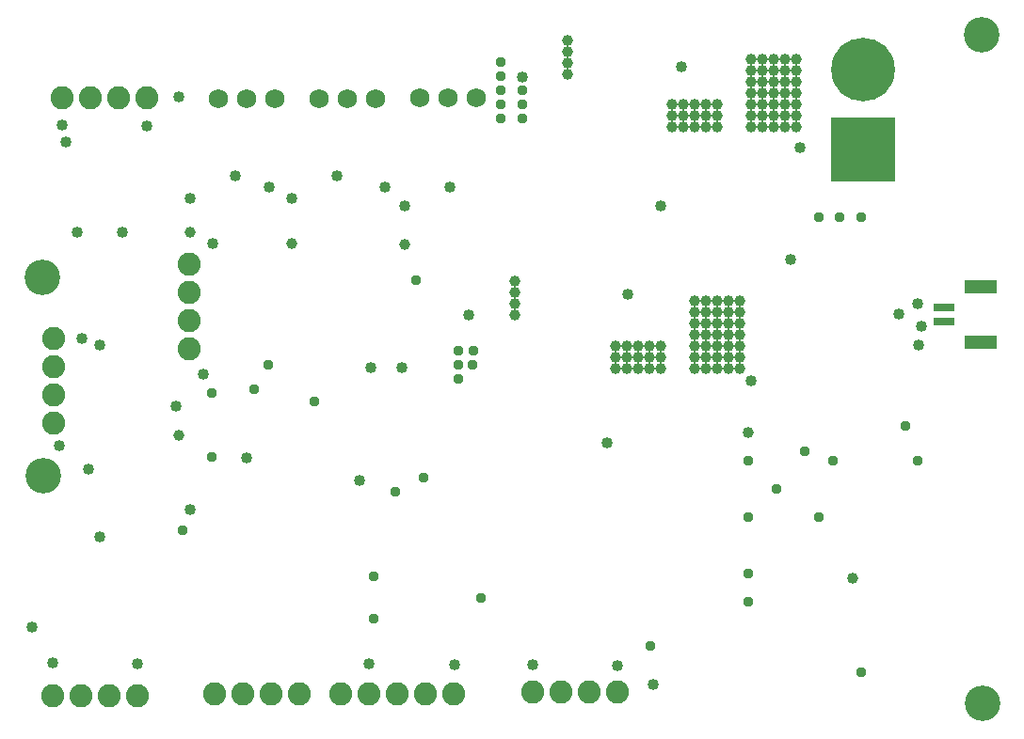
<source format=gbr>
G04 EAGLE Gerber RS-274X export*
G75*
%MOMM*%
%FSLAX34Y34*%
%LPD*%
%INSoldermask Bottom*%
%IPPOS*%
%AMOC8*
5,1,8,0,0,1.08239X$1,22.5*%
G01*
%ADD10C,3.203200*%
%ADD11R,5.719200X5.719200*%
%ADD12C,5.719200*%
%ADD13R,1.903200X0.803200*%
%ADD14R,3.003200X1.203200*%
%ADD15C,2.082800*%
%ADD16C,1.727200*%
%ADD17C,1.016000*%
%ADD18C,0.990600*%
%ADD19C,0.959600*%
%ADD20C,1.009600*%


D10*
X1017270Y12700D03*
X172798Y218081D03*
X171450Y396240D03*
X1016165Y614608D03*
D11*
X909551Y511733D03*
D12*
X909551Y583733D03*
D13*
X982314Y356940D03*
X982314Y369440D03*
D14*
X1015814Y387940D03*
X1015814Y338440D03*
D15*
X688862Y22973D03*
X663462Y22973D03*
X638062Y22973D03*
X612662Y22973D03*
X326393Y21773D03*
X351793Y21773D03*
X377193Y21773D03*
X402593Y21773D03*
X265859Y558468D03*
X240459Y558468D03*
X215059Y558468D03*
X189659Y558468D03*
X257110Y19941D03*
X231710Y19941D03*
X206310Y19941D03*
X180910Y19941D03*
X182063Y341175D03*
X182063Y315775D03*
X182063Y290375D03*
X182063Y264975D03*
D16*
X329928Y557300D03*
X355328Y557300D03*
X380728Y557300D03*
X420098Y557300D03*
X445498Y557300D03*
X470898Y557300D03*
X510877Y558504D03*
X536277Y558504D03*
X561677Y558504D03*
D15*
X440390Y21478D03*
X465790Y21478D03*
X491190Y21478D03*
X516590Y21478D03*
X541990Y21478D03*
X303600Y332186D03*
X303600Y357586D03*
X303600Y382986D03*
X303600Y408386D03*
D17*
X542258Y47918D03*
X612330Y47322D03*
X181245Y49075D03*
X187143Y244655D03*
X189724Y533604D03*
X325120Y426720D03*
X942296Y363265D03*
X960120Y335280D03*
D18*
X849630Y532130D03*
X839470Y532130D03*
X829310Y532130D03*
X808990Y593090D03*
X644247Y609527D03*
X644247Y599367D03*
X644247Y589207D03*
X644247Y579047D03*
X819150Y593090D03*
X829310Y593090D03*
X839470Y593090D03*
X779050Y324176D03*
X596527Y362674D03*
D19*
X869950Y450850D03*
X889000Y450850D03*
X908050Y450850D03*
D18*
X808990Y532130D03*
X819150Y532130D03*
X808990Y542290D03*
X819150Y542290D03*
X829310Y542290D03*
X839470Y542290D03*
X849630Y542290D03*
X849630Y552450D03*
X839470Y552450D03*
X829310Y552450D03*
X819150Y552450D03*
X808990Y552450D03*
X808990Y562610D03*
X819150Y562610D03*
X829310Y562610D03*
X839470Y562610D03*
X849630Y562610D03*
X849630Y572770D03*
X839470Y572770D03*
X849630Y593090D03*
X849630Y582930D03*
X839470Y582930D03*
X829310Y572770D03*
X829310Y582930D03*
X819150Y572770D03*
X819150Y582930D03*
X808990Y572770D03*
X808990Y582930D03*
X778510Y532130D03*
X778510Y552450D03*
X778510Y542290D03*
X768350Y552450D03*
X768350Y542290D03*
X758190Y552450D03*
X748030Y552450D03*
X737870Y552450D03*
X737870Y542290D03*
X737870Y532130D03*
X748030Y542290D03*
X748030Y532130D03*
X758190Y532130D03*
X768350Y532130D03*
X758190Y542290D03*
X687610Y334336D03*
X697770Y334336D03*
X707930Y334336D03*
X718090Y334336D03*
X728250Y334336D03*
X687610Y324176D03*
X697770Y324176D03*
X707930Y324176D03*
X718090Y324176D03*
X728250Y324176D03*
X728250Y314016D03*
X718090Y314016D03*
X707930Y314016D03*
X697770Y314016D03*
X687610Y314016D03*
X758730Y314016D03*
X758730Y374976D03*
X768890Y374976D03*
X779050Y374976D03*
X799370Y314016D03*
X789210Y314016D03*
X779050Y314016D03*
X768890Y314016D03*
X758730Y324176D03*
X768890Y324176D03*
X789210Y324176D03*
X799370Y324176D03*
X758730Y334336D03*
X768890Y334336D03*
X779050Y334336D03*
X789210Y334336D03*
X799370Y334336D03*
X799370Y344496D03*
X789210Y344496D03*
X779050Y344496D03*
X768890Y344496D03*
X758730Y344496D03*
X758730Y354656D03*
X768890Y354656D03*
X758730Y364816D03*
X768890Y364816D03*
X779050Y364816D03*
X779050Y354656D03*
X789210Y354656D03*
X789210Y364816D03*
X789210Y374976D03*
X799370Y374976D03*
X799370Y364816D03*
X799370Y354656D03*
D17*
X257251Y48625D03*
X207463Y341175D03*
X265859Y533068D03*
X193040Y518160D03*
X213360Y223520D03*
X223520Y335280D03*
X162560Y81280D03*
X294640Y558800D03*
X345440Y487680D03*
X375920Y477520D03*
X436880Y487680D03*
X538480Y477520D03*
X479792Y478178D03*
X853019Y513418D03*
X603724Y576738D03*
X679450Y247650D03*
X698500Y381000D03*
X844550Y412750D03*
D19*
X584200Y590550D03*
X584200Y577850D03*
X584200Y565150D03*
X603250Y565150D03*
X603250Y552450D03*
X603250Y539750D03*
X584200Y539750D03*
X584200Y552450D03*
X416560Y284480D03*
X908050Y40640D03*
X958850Y231140D03*
X857250Y239494D03*
X806450Y129540D03*
X869950Y180340D03*
X806450Y104140D03*
X882650Y231140D03*
X806450Y231140D03*
X831850Y205740D03*
X806450Y180340D03*
X469900Y88900D03*
X718820Y64234D03*
D17*
X721231Y30351D03*
D19*
X469900Y127000D03*
D17*
X727710Y461010D03*
X746578Y585899D03*
D19*
X508000Y393700D03*
X488950Y203200D03*
X514350Y215900D03*
D20*
X900970Y125878D03*
X806450Y256540D03*
D19*
X297868Y168373D03*
X948198Y263057D03*
X566420Y107950D03*
D17*
X494925Y315381D03*
X465752Y48724D03*
X688680Y47009D03*
X457200Y213360D03*
X467360Y314960D03*
X355600Y233680D03*
X316288Y309281D03*
X304218Y187423D03*
X203200Y436880D03*
X243840Y436880D03*
X291991Y280913D03*
X223520Y162560D03*
X304800Y467360D03*
X396240Y467360D03*
X497344Y460892D03*
X808990Y303530D03*
X555347Y362348D03*
D19*
X546153Y330496D03*
X559386Y330198D03*
X558800Y317500D03*
X546100Y317500D03*
X546100Y304800D03*
D18*
X294640Y254000D03*
X304800Y436880D03*
X497446Y426326D03*
X396240Y426720D03*
D17*
X958794Y372726D03*
X962077Y352546D03*
D19*
X323850Y292100D03*
X323850Y234950D03*
D18*
X596527Y372834D03*
X596527Y382994D03*
X596527Y393154D03*
D19*
X374650Y317500D03*
X361950Y295766D03*
M02*

</source>
